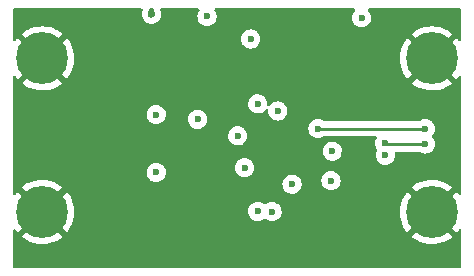
<source format=gbr>
%TF.GenerationSoftware,KiCad,Pcbnew,(6.0.4-0)*%
%TF.CreationDate,2022-10-07T09:19:10-06:00*%
%TF.ProjectId,howland,686f776c-616e-4642-9e6b-696361645f70,rev?*%
%TF.SameCoordinates,Original*%
%TF.FileFunction,Copper,L4,Bot*%
%TF.FilePolarity,Positive*%
%FSLAX46Y46*%
G04 Gerber Fmt 4.6, Leading zero omitted, Abs format (unit mm)*
G04 Created by KiCad (PCBNEW (6.0.4-0)) date 2022-10-07 09:19:10*
%MOMM*%
%LPD*%
G01*
G04 APERTURE LIST*
%TA.AperFunction,ComponentPad*%
%ADD10C,0.700000*%
%TD*%
%TA.AperFunction,ComponentPad*%
%ADD11C,4.400000*%
%TD*%
%TA.AperFunction,ViaPad*%
%ADD12C,0.600000*%
%TD*%
%TA.AperFunction,Conductor*%
%ADD13C,0.250000*%
%TD*%
G04 APERTURE END LIST*
D10*
%TO.P,MH1,1,Pin_1*%
%TO.N,GNDPWR*%
X101350000Y-84000000D03*
X103000000Y-82350000D03*
X104166726Y-85166726D03*
X104166726Y-82833274D03*
D11*
X103000000Y-84000000D03*
D10*
X104650000Y-84000000D03*
X101833274Y-82833274D03*
X101833274Y-85166726D03*
X103000000Y-85650000D03*
%TD*%
D11*
%TO.P,MH2,1,Pin_1*%
%TO.N,GNDPWR*%
X136000000Y-84000000D03*
D10*
X137166726Y-82833274D03*
X134350000Y-84000000D03*
X137650000Y-84000000D03*
X137166726Y-85166726D03*
X136000000Y-82350000D03*
X136000000Y-85650000D03*
X134833274Y-85166726D03*
X134833274Y-82833274D03*
%TD*%
%TO.P,MH3,1,Pin_1*%
%TO.N,GNDPWR*%
X101833274Y-98166726D03*
D11*
X103000000Y-97000000D03*
D10*
X104166726Y-98166726D03*
X101833274Y-95833274D03*
X104166726Y-95833274D03*
X103000000Y-95350000D03*
X104650000Y-97000000D03*
X101350000Y-97000000D03*
X103000000Y-98650000D03*
%TD*%
D11*
%TO.P,MH4,1,Pin_1*%
%TO.N,GNDPWR*%
X136000000Y-97000000D03*
D10*
X134833274Y-95833274D03*
X134350000Y-97000000D03*
X137650000Y-97000000D03*
X136000000Y-95350000D03*
X137166726Y-98166726D03*
X137166726Y-95833274D03*
X134833274Y-98166726D03*
X136000000Y-98650000D03*
%TD*%
D12*
%TO.N,GND*%
X112250000Y-80250000D03*
%TO.N,+3V3*%
X130050000Y-80550000D03*
X120650000Y-82350000D03*
X116950000Y-80450000D03*
%TO.N,GND*%
X132050000Y-92200000D03*
X112650000Y-88750000D03*
X127550000Y-91850000D03*
X127450000Y-94350000D03*
X124150000Y-94650000D03*
X116150000Y-89150000D03*
X112650000Y-93650000D03*
%TO.N,+3V3*%
X121250000Y-87850000D03*
X121250000Y-96950000D03*
%TO.N,VD*%
X132000000Y-91200000D03*
X135450000Y-91250000D03*
X122465000Y-96965000D03*
X122950000Y-88450000D03*
%TO.N,/Channel1/buffer/out+*%
X120150000Y-93250000D03*
X119550000Y-90550000D03*
%TO.N,/sda-tx*%
X135450000Y-89950000D03*
X126350000Y-89950000D03*
%TD*%
D13*
%TO.N,VD*%
X132050000Y-91250000D02*
X132000000Y-91200000D01*
X135450000Y-91250000D02*
X132050000Y-91250000D01*
%TO.N,/sda-tx*%
X135450000Y-89950000D02*
X126350000Y-89950000D01*
%TD*%
%TA.AperFunction,Conductor*%
%TO.N,GNDPWR*%
G36*
X111456630Y-79778502D02*
G01*
X111503123Y-79832158D01*
X111513227Y-79902432D01*
X111506910Y-79927595D01*
X111464315Y-80044624D01*
X111459197Y-80058685D01*
X111436463Y-80238640D01*
X111454163Y-80419160D01*
X111511418Y-80591273D01*
X111515065Y-80597295D01*
X111515066Y-80597297D01*
X111584624Y-80712151D01*
X111605380Y-80746424D01*
X111731382Y-80876902D01*
X111883159Y-80976222D01*
X111889763Y-80978678D01*
X111889765Y-80978679D01*
X112046558Y-81036990D01*
X112046560Y-81036990D01*
X112053168Y-81039448D01*
X112136995Y-81050633D01*
X112225980Y-81062507D01*
X112225984Y-81062507D01*
X112232961Y-81063438D01*
X112239972Y-81062800D01*
X112239976Y-81062800D01*
X112382459Y-81049832D01*
X112413600Y-81046998D01*
X112420302Y-81044820D01*
X112420304Y-81044820D01*
X112579409Y-80993124D01*
X112579412Y-80993123D01*
X112586108Y-80990947D01*
X112701932Y-80921902D01*
X112735860Y-80901677D01*
X112735862Y-80901676D01*
X112741912Y-80898069D01*
X112873266Y-80772982D01*
X112973643Y-80621902D01*
X113038055Y-80452338D01*
X113040963Y-80431646D01*
X113062748Y-80276639D01*
X113062748Y-80276636D01*
X113063299Y-80272717D01*
X113063616Y-80250000D01*
X113043397Y-80069745D01*
X113041080Y-80063091D01*
X112993318Y-79925937D01*
X112989804Y-79855027D01*
X113025186Y-79793475D01*
X113088228Y-79760823D01*
X113112309Y-79758500D01*
X116202637Y-79758500D01*
X116270758Y-79778502D01*
X116317251Y-79832158D01*
X116327355Y-79902432D01*
X116308549Y-79952753D01*
X116221235Y-80088238D01*
X116218826Y-80094858D01*
X116218824Y-80094861D01*
X116178698Y-80205106D01*
X116159197Y-80258685D01*
X116136463Y-80438640D01*
X116154163Y-80619160D01*
X116211418Y-80791273D01*
X116215065Y-80797295D01*
X116215066Y-80797297D01*
X116294085Y-80927773D01*
X116305380Y-80946424D01*
X116310269Y-80951487D01*
X116310270Y-80951488D01*
X116344892Y-80987340D01*
X116431382Y-81076902D01*
X116583159Y-81176222D01*
X116589763Y-81178678D01*
X116589765Y-81178679D01*
X116746558Y-81236990D01*
X116746560Y-81236990D01*
X116753168Y-81239448D01*
X116836995Y-81250633D01*
X116925980Y-81262507D01*
X116925984Y-81262507D01*
X116932961Y-81263438D01*
X116939972Y-81262800D01*
X116939976Y-81262800D01*
X117082459Y-81249832D01*
X117113600Y-81246998D01*
X117120302Y-81244820D01*
X117120304Y-81244820D01*
X117279409Y-81193124D01*
X117279412Y-81193123D01*
X117286108Y-81190947D01*
X117441912Y-81098069D01*
X117573266Y-80972982D01*
X117673643Y-80821902D01*
X117738055Y-80652338D01*
X117739035Y-80645366D01*
X117762748Y-80476639D01*
X117762748Y-80476636D01*
X117763299Y-80472717D01*
X117763616Y-80450000D01*
X117743397Y-80269745D01*
X117741080Y-80263091D01*
X117686064Y-80105106D01*
X117686062Y-80105103D01*
X117683745Y-80098448D01*
X117591778Y-79951268D01*
X117572642Y-79882900D01*
X117593507Y-79815039D01*
X117647749Y-79769231D01*
X117698632Y-79758500D01*
X129393879Y-79758500D01*
X129462000Y-79778502D01*
X129508493Y-79832158D01*
X129518597Y-79902432D01*
X129489103Y-79967012D01*
X129482037Y-79974523D01*
X129419493Y-80035771D01*
X129321235Y-80188238D01*
X129318826Y-80194858D01*
X129318824Y-80194861D01*
X129290487Y-80272717D01*
X129259197Y-80358685D01*
X129236463Y-80538640D01*
X129254163Y-80719160D01*
X129311418Y-80891273D01*
X129315065Y-80897295D01*
X129315066Y-80897297D01*
X129401720Y-81040380D01*
X129405380Y-81046424D01*
X129410269Y-81051487D01*
X129410270Y-81051488D01*
X129487121Y-81131068D01*
X129531382Y-81176902D01*
X129537278Y-81180760D01*
X129639477Y-81247637D01*
X129683159Y-81276222D01*
X129689763Y-81278678D01*
X129689765Y-81278679D01*
X129846558Y-81336990D01*
X129846560Y-81336990D01*
X129853168Y-81339448D01*
X129936995Y-81350633D01*
X130025980Y-81362507D01*
X130025984Y-81362507D01*
X130032961Y-81363438D01*
X130039972Y-81362800D01*
X130039976Y-81362800D01*
X130182459Y-81349832D01*
X130213600Y-81346998D01*
X130220302Y-81344820D01*
X130220304Y-81344820D01*
X130379409Y-81293124D01*
X130379412Y-81293123D01*
X130386108Y-81290947D01*
X130541912Y-81198069D01*
X130673266Y-81072982D01*
X130773643Y-80921902D01*
X130815423Y-80811917D01*
X130835555Y-80758920D01*
X130835556Y-80758918D01*
X130838055Y-80752338D01*
X130839733Y-80740401D01*
X130862748Y-80576639D01*
X130862748Y-80576636D01*
X130863299Y-80572717D01*
X130863616Y-80550000D01*
X130843397Y-80369745D01*
X130841080Y-80363091D01*
X130786064Y-80205106D01*
X130786062Y-80205103D01*
X130783745Y-80198448D01*
X130687626Y-80044624D01*
X130616782Y-79973284D01*
X130582975Y-79910854D01*
X130588287Y-79840056D01*
X130631031Y-79783369D01*
X130697638Y-79758790D01*
X130706188Y-79758500D01*
X138365500Y-79758500D01*
X138433621Y-79778502D01*
X138480114Y-79832158D01*
X138491500Y-79884500D01*
X138491500Y-82434491D01*
X138471498Y-82502612D01*
X138417842Y-82549105D01*
X138347568Y-82559209D01*
X138282988Y-82529715D01*
X138257553Y-82499480D01*
X138237763Y-82466609D01*
X138233481Y-82460377D01*
X138097991Y-82286647D01*
X138086199Y-82278178D01*
X138074486Y-82284725D01*
X136372020Y-83987190D01*
X136364408Y-84001131D01*
X136364539Y-84002966D01*
X136368790Y-84009580D01*
X138073285Y-85714074D01*
X138086408Y-85721240D01*
X138096709Y-85713851D01*
X138200751Y-85586055D01*
X138205159Y-85579921D01*
X138258938Y-85494686D01*
X138312205Y-85447748D01*
X138382392Y-85437059D01*
X138447217Y-85466014D01*
X138486096Y-85525418D01*
X138491500Y-85561922D01*
X138491500Y-95434491D01*
X138471498Y-95502612D01*
X138417842Y-95549105D01*
X138347568Y-95559209D01*
X138282988Y-95529715D01*
X138257553Y-95499480D01*
X138237763Y-95466609D01*
X138233481Y-95460377D01*
X138097991Y-95286647D01*
X138086199Y-95278178D01*
X138074486Y-95284725D01*
X136372020Y-96987190D01*
X136364408Y-97001131D01*
X136364539Y-97002966D01*
X136368790Y-97009580D01*
X138073285Y-98714074D01*
X138086408Y-98721240D01*
X138096709Y-98713851D01*
X138200751Y-98586055D01*
X138205159Y-98579921D01*
X138258938Y-98494686D01*
X138312205Y-98447748D01*
X138382392Y-98437059D01*
X138447217Y-98466014D01*
X138486096Y-98525418D01*
X138491500Y-98561922D01*
X138491500Y-101615500D01*
X138471498Y-101683621D01*
X138417842Y-101730114D01*
X138365500Y-101741500D01*
X100634500Y-101741500D01*
X100566379Y-101721498D01*
X100519886Y-101667842D01*
X100508500Y-101615500D01*
X100508500Y-99086423D01*
X101278703Y-99086423D01*
X101286227Y-99096854D01*
X101425483Y-99209020D01*
X101431657Y-99213408D01*
X101702271Y-99382178D01*
X101708931Y-99385794D01*
X101997852Y-99520827D01*
X102004905Y-99523620D01*
X102307970Y-99622970D01*
X102315282Y-99624888D01*
X102628092Y-99687109D01*
X102635590Y-99688137D01*
X102953610Y-99712328D01*
X102961173Y-99712446D01*
X103279785Y-99698257D01*
X103287326Y-99697465D01*
X103601924Y-99645101D01*
X103609302Y-99643411D01*
X103915355Y-99553625D01*
X103922450Y-99551071D01*
X104215496Y-99425169D01*
X104222263Y-99421765D01*
X104498042Y-99261580D01*
X104504349Y-99257390D01*
X104714305Y-99098889D01*
X104722761Y-99087496D01*
X104722172Y-99086423D01*
X134278703Y-99086423D01*
X134286227Y-99096854D01*
X134425483Y-99209020D01*
X134431657Y-99213408D01*
X134702271Y-99382178D01*
X134708931Y-99385794D01*
X134997852Y-99520827D01*
X135004905Y-99523620D01*
X135307970Y-99622970D01*
X135315282Y-99624888D01*
X135628092Y-99687109D01*
X135635590Y-99688137D01*
X135953610Y-99712328D01*
X135961173Y-99712446D01*
X136279785Y-99698257D01*
X136287326Y-99697465D01*
X136601924Y-99645101D01*
X136609302Y-99643411D01*
X136915355Y-99553625D01*
X136922450Y-99551071D01*
X137215496Y-99425169D01*
X137222263Y-99421765D01*
X137498042Y-99261580D01*
X137504349Y-99257390D01*
X137714305Y-99098889D01*
X137722761Y-99087496D01*
X137716045Y-99075256D01*
X136012810Y-97372020D01*
X135998869Y-97364408D01*
X135997034Y-97364539D01*
X135990420Y-97368790D01*
X134285818Y-99073393D01*
X134278703Y-99086423D01*
X104722172Y-99086423D01*
X104716045Y-99075256D01*
X103012810Y-97372020D01*
X102998869Y-97364408D01*
X102997034Y-97364539D01*
X102990420Y-97368790D01*
X101285818Y-99073393D01*
X101278703Y-99086423D01*
X100508500Y-99086423D01*
X100508500Y-98568320D01*
X100528502Y-98500199D01*
X100582158Y-98453706D01*
X100652432Y-98443602D01*
X100717012Y-98473096D01*
X100743120Y-98504463D01*
X100746296Y-98509866D01*
X100750519Y-98516150D01*
X100901463Y-98713934D01*
X100912989Y-98722396D01*
X100925054Y-98715735D01*
X102627980Y-97012810D01*
X102634357Y-97001131D01*
X103364408Y-97001131D01*
X103364539Y-97002966D01*
X103368790Y-97009580D01*
X105073285Y-98714074D01*
X105086408Y-98721240D01*
X105096709Y-98713851D01*
X105200751Y-98586055D01*
X105205164Y-98579914D01*
X105375349Y-98310187D01*
X105379005Y-98303536D01*
X105515544Y-98015335D01*
X105518375Y-98008295D01*
X105619306Y-97705767D01*
X105621270Y-97698433D01*
X105685122Y-97385989D01*
X105686194Y-97378465D01*
X105712173Y-97059051D01*
X105712378Y-97054576D01*
X105712927Y-97002221D01*
X105712817Y-96997789D01*
X105709251Y-96938640D01*
X120436463Y-96938640D01*
X120454163Y-97119160D01*
X120511418Y-97291273D01*
X120515065Y-97297295D01*
X120515066Y-97297297D01*
X120568780Y-97385989D01*
X120605380Y-97446424D01*
X120731382Y-97576902D01*
X120883159Y-97676222D01*
X120889763Y-97678678D01*
X120889765Y-97678679D01*
X121046558Y-97736990D01*
X121046560Y-97736990D01*
X121053168Y-97739448D01*
X121136995Y-97750633D01*
X121225980Y-97762507D01*
X121225984Y-97762507D01*
X121232961Y-97763438D01*
X121239972Y-97762800D01*
X121239976Y-97762800D01*
X121382459Y-97749832D01*
X121413600Y-97746998D01*
X121420302Y-97744820D01*
X121420304Y-97744820D01*
X121579409Y-97693124D01*
X121579412Y-97693123D01*
X121586108Y-97690947D01*
X121712237Y-97615759D01*
X121735860Y-97601677D01*
X121735862Y-97601676D01*
X121741912Y-97598069D01*
X121760920Y-97579968D01*
X121824045Y-97547476D01*
X121894716Y-97554269D01*
X121938444Y-97583682D01*
X121946382Y-97591902D01*
X121984242Y-97616677D01*
X122092227Y-97687340D01*
X122098159Y-97691222D01*
X122104763Y-97693678D01*
X122104765Y-97693679D01*
X122261558Y-97751990D01*
X122261560Y-97751990D01*
X122268168Y-97754448D01*
X122335544Y-97763438D01*
X122440980Y-97777507D01*
X122440984Y-97777507D01*
X122447961Y-97778438D01*
X122454972Y-97777800D01*
X122454976Y-97777800D01*
X122597459Y-97764832D01*
X122628600Y-97761998D01*
X122635302Y-97759820D01*
X122635304Y-97759820D01*
X122794409Y-97708124D01*
X122794412Y-97708123D01*
X122801108Y-97705947D01*
X122956912Y-97613069D01*
X123088266Y-97487982D01*
X123188643Y-97336902D01*
X123253055Y-97167338D01*
X123268903Y-97054576D01*
X123277748Y-96991639D01*
X123277748Y-96991636D01*
X123278299Y-96987717D01*
X123278471Y-96975383D01*
X133287388Y-96975383D01*
X133303245Y-97293914D01*
X133304076Y-97301443D01*
X133358085Y-97615759D01*
X133359818Y-97623146D01*
X133451196Y-97928695D01*
X133453799Y-97935808D01*
X133581227Y-98228173D01*
X133584669Y-98234929D01*
X133746296Y-98509865D01*
X133750519Y-98516150D01*
X133901463Y-98713934D01*
X133912989Y-98722396D01*
X133925054Y-98715735D01*
X135627980Y-97012810D01*
X135635592Y-96998869D01*
X135635461Y-96997034D01*
X135631210Y-96990420D01*
X133926445Y-95285656D01*
X133913510Y-95278592D01*
X133902949Y-95286252D01*
X133782766Y-95437072D01*
X133778410Y-95443270D01*
X133611059Y-95714764D01*
X133607479Y-95721440D01*
X133473956Y-96011074D01*
X133471206Y-96018125D01*
X133373444Y-96321708D01*
X133371561Y-96329041D01*
X133310979Y-96642170D01*
X133309992Y-96649670D01*
X133287467Y-96967802D01*
X133287388Y-96975383D01*
X123278471Y-96975383D01*
X123278616Y-96965000D01*
X123258397Y-96784745D01*
X123247017Y-96752066D01*
X123201064Y-96620106D01*
X123201062Y-96620103D01*
X123198745Y-96613448D01*
X123102626Y-96459624D01*
X123010832Y-96367187D01*
X122979778Y-96335915D01*
X122979774Y-96335912D01*
X122974815Y-96330918D01*
X122963697Y-96323862D01*
X122915538Y-96293300D01*
X122821666Y-96233727D01*
X122765755Y-96213818D01*
X122657425Y-96175243D01*
X122657420Y-96175242D01*
X122650790Y-96172881D01*
X122643802Y-96172048D01*
X122643799Y-96172047D01*
X122503889Y-96155364D01*
X122470680Y-96151404D01*
X122463677Y-96152140D01*
X122463676Y-96152140D01*
X122297288Y-96169628D01*
X122297286Y-96169629D01*
X122290288Y-96170364D01*
X122118579Y-96228818D01*
X122112575Y-96232512D01*
X121970090Y-96320169D01*
X121970087Y-96320171D01*
X121964088Y-96323862D01*
X121953925Y-96333815D01*
X121891262Y-96367187D01*
X121820503Y-96361384D01*
X121776359Y-96332578D01*
X121772847Y-96329041D01*
X121759815Y-96315918D01*
X121748697Y-96308862D01*
X121630302Y-96233727D01*
X121606666Y-96218727D01*
X121577463Y-96208328D01*
X121442425Y-96160243D01*
X121442420Y-96160242D01*
X121435790Y-96157881D01*
X121428802Y-96157048D01*
X121428799Y-96157047D01*
X121305698Y-96142368D01*
X121255680Y-96136404D01*
X121248677Y-96137140D01*
X121248676Y-96137140D01*
X121082288Y-96154628D01*
X121082286Y-96154629D01*
X121075288Y-96155364D01*
X120903579Y-96213818D01*
X120871218Y-96233727D01*
X120755095Y-96305166D01*
X120755092Y-96305168D01*
X120749088Y-96308862D01*
X120744053Y-96313793D01*
X120744050Y-96313795D01*
X120634208Y-96421361D01*
X120619493Y-96435771D01*
X120521235Y-96588238D01*
X120518826Y-96594858D01*
X120518824Y-96594861D01*
X120461606Y-96752066D01*
X120459197Y-96758685D01*
X120436463Y-96938640D01*
X105709251Y-96938640D01*
X105693529Y-96677853D01*
X105692621Y-96670351D01*
X105635319Y-96356593D01*
X105633518Y-96349260D01*
X105538935Y-96044655D01*
X105536263Y-96037583D01*
X105405781Y-95746570D01*
X105402264Y-95739843D01*
X105237771Y-95466621D01*
X105233481Y-95460377D01*
X105097991Y-95286647D01*
X105086199Y-95278178D01*
X105074486Y-95284725D01*
X103372020Y-96987190D01*
X103364408Y-97001131D01*
X102634357Y-97001131D01*
X102635592Y-96998869D01*
X102635461Y-96997034D01*
X102631210Y-96990420D01*
X100926445Y-95285656D01*
X100913510Y-95278592D01*
X100902949Y-95286252D01*
X100782766Y-95437072D01*
X100778410Y-95443270D01*
X100741760Y-95502727D01*
X100688988Y-95550220D01*
X100618916Y-95561644D01*
X100553792Y-95533370D01*
X100514293Y-95474376D01*
X100508500Y-95436611D01*
X100508500Y-94913423D01*
X101277917Y-94913423D01*
X101284520Y-94925309D01*
X102987190Y-96627980D01*
X103001131Y-96635592D01*
X103002966Y-96635461D01*
X103009580Y-96631210D01*
X104714559Y-94926230D01*
X104721571Y-94913389D01*
X104713777Y-94902701D01*
X104551298Y-94774613D01*
X104545075Y-94770288D01*
X104328977Y-94638640D01*
X123336463Y-94638640D01*
X123354163Y-94819160D01*
X123411418Y-94991273D01*
X123415065Y-94997295D01*
X123415066Y-94997297D01*
X123501720Y-95140380D01*
X123505380Y-95146424D01*
X123631382Y-95276902D01*
X123783159Y-95376222D01*
X123789763Y-95378678D01*
X123789765Y-95378679D01*
X123946558Y-95436990D01*
X123946560Y-95436990D01*
X123953168Y-95439448D01*
X124036995Y-95450633D01*
X124125980Y-95462507D01*
X124125984Y-95462507D01*
X124132961Y-95463438D01*
X124139972Y-95462800D01*
X124139976Y-95462800D01*
X124282459Y-95449832D01*
X124313600Y-95446998D01*
X124320302Y-95444820D01*
X124320304Y-95444820D01*
X124479409Y-95393124D01*
X124479412Y-95393123D01*
X124486108Y-95390947D01*
X124641912Y-95298069D01*
X124773266Y-95172982D01*
X124873643Y-95021902D01*
X124938055Y-94852338D01*
X124939733Y-94840401D01*
X124962748Y-94676639D01*
X124962748Y-94676636D01*
X124963299Y-94672717D01*
X124963616Y-94650000D01*
X124943397Y-94469745D01*
X124941080Y-94463091D01*
X124897742Y-94338640D01*
X126636463Y-94338640D01*
X126654163Y-94519160D01*
X126711418Y-94691273D01*
X126715065Y-94697295D01*
X126715066Y-94697297D01*
X126784624Y-94812151D01*
X126805380Y-94846424D01*
X126931382Y-94976902D01*
X127083159Y-95076222D01*
X127089763Y-95078678D01*
X127089765Y-95078679D01*
X127246558Y-95136990D01*
X127246560Y-95136990D01*
X127253168Y-95139448D01*
X127336995Y-95150633D01*
X127425980Y-95162507D01*
X127425984Y-95162507D01*
X127432961Y-95163438D01*
X127439972Y-95162800D01*
X127439976Y-95162800D01*
X127582459Y-95149832D01*
X127613600Y-95146998D01*
X127620302Y-95144820D01*
X127620304Y-95144820D01*
X127779409Y-95093124D01*
X127779412Y-95093123D01*
X127786108Y-95090947D01*
X127901932Y-95021902D01*
X127935860Y-95001677D01*
X127935862Y-95001676D01*
X127941912Y-94998069D01*
X128030799Y-94913423D01*
X134277917Y-94913423D01*
X134284520Y-94925309D01*
X135987190Y-96627980D01*
X136001131Y-96635592D01*
X136002966Y-96635461D01*
X136009580Y-96631210D01*
X137714559Y-94926230D01*
X137721571Y-94913389D01*
X137713777Y-94902701D01*
X137551298Y-94774613D01*
X137545075Y-94770288D01*
X137272702Y-94604357D01*
X137266025Y-94600822D01*
X136975686Y-94468813D01*
X136968616Y-94466099D01*
X136664537Y-94369932D01*
X136657186Y-94368085D01*
X136343746Y-94309142D01*
X136336237Y-94308194D01*
X136017989Y-94287335D01*
X136010424Y-94287295D01*
X135691964Y-94304821D01*
X135684450Y-94305690D01*
X135370405Y-94361348D01*
X135363044Y-94363115D01*
X135057980Y-94456092D01*
X135050860Y-94458740D01*
X134759182Y-94587690D01*
X134752445Y-94591167D01*
X134478355Y-94754233D01*
X134472091Y-94758490D01*
X134286385Y-94901762D01*
X134277917Y-94913423D01*
X128030799Y-94913423D01*
X128073266Y-94872982D01*
X128173643Y-94721902D01*
X128218295Y-94604357D01*
X128235555Y-94558920D01*
X128235556Y-94558918D01*
X128238055Y-94552338D01*
X128239035Y-94545366D01*
X128262748Y-94376639D01*
X128262748Y-94376636D01*
X128263299Y-94372717D01*
X128263616Y-94350000D01*
X128243397Y-94169745D01*
X128241080Y-94163091D01*
X128186064Y-94005106D01*
X128186062Y-94005103D01*
X128183745Y-93998448D01*
X128133171Y-93917512D01*
X128091359Y-93850598D01*
X128087626Y-93844624D01*
X128082664Y-93839627D01*
X127964778Y-93720915D01*
X127964774Y-93720912D01*
X127959815Y-93715918D01*
X127948697Y-93708862D01*
X127885501Y-93668757D01*
X127806666Y-93618727D01*
X127777463Y-93608328D01*
X127642425Y-93560243D01*
X127642420Y-93560242D01*
X127635790Y-93557881D01*
X127628802Y-93557048D01*
X127628799Y-93557047D01*
X127505698Y-93542368D01*
X127455680Y-93536404D01*
X127448677Y-93537140D01*
X127448676Y-93537140D01*
X127282288Y-93554628D01*
X127282286Y-93554629D01*
X127275288Y-93555364D01*
X127103579Y-93613818D01*
X127097575Y-93617512D01*
X126955095Y-93705166D01*
X126955092Y-93705168D01*
X126949088Y-93708862D01*
X126944053Y-93713793D01*
X126944050Y-93713795D01*
X126829630Y-93825844D01*
X126819493Y-93835771D01*
X126721235Y-93988238D01*
X126718826Y-93994858D01*
X126718824Y-93994861D01*
X126661606Y-94152066D01*
X126659197Y-94158685D01*
X126636463Y-94338640D01*
X124897742Y-94338640D01*
X124886064Y-94305106D01*
X124886062Y-94305103D01*
X124883745Y-94298448D01*
X124787626Y-94144624D01*
X124707005Y-94063438D01*
X124664778Y-94020915D01*
X124664774Y-94020912D01*
X124659815Y-94015918D01*
X124648697Y-94008862D01*
X124591185Y-93972364D01*
X124506666Y-93918727D01*
X124458784Y-93901677D01*
X124342425Y-93860243D01*
X124342420Y-93860242D01*
X124335790Y-93857881D01*
X124328802Y-93857048D01*
X124328799Y-93857047D01*
X124205698Y-93842368D01*
X124155680Y-93836404D01*
X124148677Y-93837140D01*
X124148676Y-93837140D01*
X123982288Y-93854628D01*
X123982286Y-93854629D01*
X123975288Y-93855364D01*
X123803579Y-93913818D01*
X123797575Y-93917512D01*
X123655095Y-94005166D01*
X123655092Y-94005168D01*
X123649088Y-94008862D01*
X123644053Y-94013793D01*
X123644050Y-94013795D01*
X123524525Y-94130843D01*
X123519493Y-94135771D01*
X123421235Y-94288238D01*
X123418826Y-94294858D01*
X123418824Y-94294861D01*
X123364243Y-94444820D01*
X123359197Y-94458685D01*
X123336463Y-94638640D01*
X104328977Y-94638640D01*
X104272702Y-94604357D01*
X104266025Y-94600822D01*
X103975686Y-94468813D01*
X103968616Y-94466099D01*
X103664537Y-94369932D01*
X103657186Y-94368085D01*
X103343746Y-94309142D01*
X103336237Y-94308194D01*
X103017989Y-94287335D01*
X103010424Y-94287295D01*
X102691964Y-94304821D01*
X102684450Y-94305690D01*
X102370405Y-94361348D01*
X102363044Y-94363115D01*
X102057980Y-94456092D01*
X102050860Y-94458740D01*
X101759182Y-94587690D01*
X101752445Y-94591167D01*
X101478355Y-94754233D01*
X101472091Y-94758490D01*
X101286385Y-94901762D01*
X101277917Y-94913423D01*
X100508500Y-94913423D01*
X100508500Y-93638640D01*
X111836463Y-93638640D01*
X111854163Y-93819160D01*
X111911418Y-93991273D01*
X111915065Y-93997295D01*
X111915066Y-93997297D01*
X112001264Y-94139627D01*
X112005380Y-94146424D01*
X112010269Y-94151487D01*
X112010270Y-94151488D01*
X112025357Y-94167111D01*
X112131382Y-94276902D01*
X112155171Y-94292469D01*
X112243088Y-94350000D01*
X112283159Y-94376222D01*
X112289763Y-94378678D01*
X112289765Y-94378679D01*
X112446558Y-94436990D01*
X112446560Y-94436990D01*
X112453168Y-94439448D01*
X112536995Y-94450633D01*
X112625980Y-94462507D01*
X112625984Y-94462507D01*
X112632961Y-94463438D01*
X112639972Y-94462800D01*
X112639976Y-94462800D01*
X112782459Y-94449832D01*
X112813600Y-94446998D01*
X112820302Y-94444820D01*
X112820304Y-94444820D01*
X112979409Y-94393124D01*
X112979412Y-94393123D01*
X112986108Y-94390947D01*
X113123337Y-94309142D01*
X113135860Y-94301677D01*
X113135862Y-94301676D01*
X113141912Y-94298069D01*
X113273266Y-94172982D01*
X113373643Y-94021902D01*
X113422529Y-93893211D01*
X113435555Y-93858920D01*
X113435556Y-93858918D01*
X113438055Y-93852338D01*
X113439551Y-93841693D01*
X113462748Y-93676639D01*
X113462748Y-93676636D01*
X113463299Y-93672717D01*
X113463616Y-93650000D01*
X113443397Y-93469745D01*
X113441080Y-93463091D01*
X113386064Y-93305106D01*
X113386062Y-93305103D01*
X113383745Y-93298448D01*
X113346373Y-93238640D01*
X119336463Y-93238640D01*
X119354163Y-93419160D01*
X119411418Y-93591273D01*
X119415065Y-93597295D01*
X119415066Y-93597297D01*
X119482632Y-93708862D01*
X119505380Y-93746424D01*
X119631382Y-93876902D01*
X119783159Y-93976222D01*
X119789763Y-93978678D01*
X119789765Y-93978679D01*
X119946558Y-94036990D01*
X119946560Y-94036990D01*
X119953168Y-94039448D01*
X120036995Y-94050633D01*
X120125980Y-94062507D01*
X120125984Y-94062507D01*
X120132961Y-94063438D01*
X120139972Y-94062800D01*
X120139976Y-94062800D01*
X120282459Y-94049832D01*
X120313600Y-94046998D01*
X120320302Y-94044820D01*
X120320304Y-94044820D01*
X120479409Y-93993124D01*
X120479412Y-93993123D01*
X120486108Y-93990947D01*
X120609296Y-93917512D01*
X120635860Y-93901677D01*
X120635862Y-93901676D01*
X120641912Y-93898069D01*
X120773266Y-93772982D01*
X120873643Y-93621902D01*
X120932989Y-93465675D01*
X120935555Y-93458920D01*
X120935556Y-93458918D01*
X120938055Y-93452338D01*
X120939035Y-93445366D01*
X120962748Y-93276639D01*
X120962748Y-93276636D01*
X120963299Y-93272717D01*
X120963616Y-93250000D01*
X120943397Y-93069745D01*
X120941080Y-93063091D01*
X120886064Y-92905106D01*
X120886062Y-92905103D01*
X120883745Y-92898448D01*
X120856823Y-92855364D01*
X120791359Y-92750598D01*
X120787626Y-92744624D01*
X120770960Y-92727841D01*
X120664778Y-92620915D01*
X120664774Y-92620912D01*
X120659815Y-92615918D01*
X120648697Y-92608862D01*
X120590457Y-92571902D01*
X120506666Y-92518727D01*
X120458784Y-92501677D01*
X120342425Y-92460243D01*
X120342420Y-92460242D01*
X120335790Y-92457881D01*
X120328802Y-92457048D01*
X120328799Y-92457047D01*
X120205698Y-92442368D01*
X120155680Y-92436404D01*
X120148677Y-92437140D01*
X120148676Y-92437140D01*
X119982288Y-92454628D01*
X119982286Y-92454629D01*
X119975288Y-92455364D01*
X119803579Y-92513818D01*
X119797575Y-92517512D01*
X119655095Y-92605166D01*
X119655092Y-92605168D01*
X119649088Y-92608862D01*
X119644053Y-92613793D01*
X119644050Y-92613795D01*
X119527591Y-92727841D01*
X119519493Y-92735771D01*
X119421235Y-92888238D01*
X119418826Y-92894858D01*
X119418824Y-92894861D01*
X119375536Y-93013795D01*
X119359197Y-93058685D01*
X119336463Y-93238640D01*
X113346373Y-93238640D01*
X113287626Y-93144624D01*
X113273941Y-93130843D01*
X113164778Y-93020915D01*
X113164774Y-93020912D01*
X113159815Y-93015918D01*
X113148697Y-93008862D01*
X113100538Y-92978300D01*
X113006666Y-92918727D01*
X112949716Y-92898448D01*
X112842425Y-92860243D01*
X112842420Y-92860242D01*
X112835790Y-92857881D01*
X112828802Y-92857048D01*
X112828799Y-92857047D01*
X112705698Y-92842368D01*
X112655680Y-92836404D01*
X112648677Y-92837140D01*
X112648676Y-92837140D01*
X112482288Y-92854628D01*
X112482286Y-92854629D01*
X112475288Y-92855364D01*
X112303579Y-92913818D01*
X112297575Y-92917512D01*
X112155095Y-93005166D01*
X112155092Y-93005168D01*
X112149088Y-93008862D01*
X112144053Y-93013793D01*
X112144050Y-93013795D01*
X112086916Y-93069745D01*
X112019493Y-93135771D01*
X111921235Y-93288238D01*
X111918826Y-93294858D01*
X111918824Y-93294861D01*
X111876134Y-93412151D01*
X111859197Y-93458685D01*
X111836463Y-93638640D01*
X100508500Y-93638640D01*
X100508500Y-91838640D01*
X126736463Y-91838640D01*
X126754163Y-92019160D01*
X126811418Y-92191273D01*
X126815065Y-92197295D01*
X126815066Y-92197297D01*
X126825978Y-92215314D01*
X126905380Y-92346424D01*
X127031382Y-92476902D01*
X127183159Y-92576222D01*
X127189763Y-92578678D01*
X127189765Y-92578679D01*
X127346558Y-92636990D01*
X127346560Y-92636990D01*
X127353168Y-92639448D01*
X127436995Y-92650633D01*
X127525980Y-92662507D01*
X127525984Y-92662507D01*
X127532961Y-92663438D01*
X127539972Y-92662800D01*
X127539976Y-92662800D01*
X127682459Y-92649832D01*
X127713600Y-92646998D01*
X127720302Y-92644820D01*
X127720304Y-92644820D01*
X127879409Y-92593124D01*
X127879412Y-92593123D01*
X127886108Y-92590947D01*
X128009296Y-92517512D01*
X128035860Y-92501677D01*
X128035862Y-92501676D01*
X128041912Y-92498069D01*
X128173266Y-92372982D01*
X128273643Y-92221902D01*
X128315423Y-92111917D01*
X128335555Y-92058920D01*
X128335556Y-92058918D01*
X128338055Y-92052338D01*
X128340212Y-92036990D01*
X128362748Y-91876639D01*
X128362748Y-91876636D01*
X128363299Y-91872717D01*
X128363616Y-91850000D01*
X128343397Y-91669745D01*
X128341080Y-91663091D01*
X128286064Y-91505106D01*
X128286062Y-91505103D01*
X128283745Y-91498448D01*
X128187626Y-91344624D01*
X128173941Y-91330843D01*
X128064778Y-91220915D01*
X128064774Y-91220912D01*
X128059815Y-91215918D01*
X128048697Y-91208862D01*
X127998335Y-91176902D01*
X127906666Y-91118727D01*
X127877463Y-91108328D01*
X127742425Y-91060243D01*
X127742420Y-91060242D01*
X127735790Y-91057881D01*
X127728802Y-91057048D01*
X127728799Y-91057047D01*
X127605698Y-91042368D01*
X127555680Y-91036404D01*
X127548677Y-91037140D01*
X127548676Y-91037140D01*
X127382288Y-91054628D01*
X127382286Y-91054629D01*
X127375288Y-91055364D01*
X127203579Y-91113818D01*
X127197575Y-91117512D01*
X127055095Y-91205166D01*
X127055092Y-91205168D01*
X127049088Y-91208862D01*
X127044053Y-91213793D01*
X127044050Y-91213795D01*
X126924525Y-91330843D01*
X126919493Y-91335771D01*
X126821235Y-91488238D01*
X126818826Y-91494858D01*
X126818824Y-91494861D01*
X126799739Y-91547297D01*
X126759197Y-91658685D01*
X126736463Y-91838640D01*
X100508500Y-91838640D01*
X100508500Y-90538640D01*
X118736463Y-90538640D01*
X118754163Y-90719160D01*
X118811418Y-90891273D01*
X118815065Y-90897295D01*
X118815066Y-90897297D01*
X118899817Y-91037238D01*
X118905380Y-91046424D01*
X118910269Y-91051487D01*
X118910270Y-91051488D01*
X118916204Y-91057633D01*
X119031382Y-91176902D01*
X119091005Y-91215918D01*
X119143088Y-91250000D01*
X119183159Y-91276222D01*
X119189763Y-91278678D01*
X119189765Y-91278679D01*
X119346558Y-91336990D01*
X119346560Y-91336990D01*
X119353168Y-91339448D01*
X119436732Y-91350598D01*
X119525980Y-91362507D01*
X119525984Y-91362507D01*
X119532961Y-91363438D01*
X119539972Y-91362800D01*
X119539976Y-91362800D01*
X119682459Y-91349832D01*
X119713600Y-91346998D01*
X119720302Y-91344820D01*
X119720304Y-91344820D01*
X119879409Y-91293124D01*
X119879412Y-91293123D01*
X119886108Y-91290947D01*
X120011970Y-91215918D01*
X120035860Y-91201677D01*
X120035862Y-91201676D01*
X120041912Y-91198069D01*
X120173266Y-91072982D01*
X120273643Y-90921902D01*
X120328400Y-90777756D01*
X120335555Y-90758920D01*
X120335556Y-90758918D01*
X120338055Y-90752338D01*
X120339736Y-90740380D01*
X120362748Y-90576639D01*
X120362748Y-90576636D01*
X120363299Y-90572717D01*
X120363616Y-90550000D01*
X120343397Y-90369745D01*
X120341080Y-90363091D01*
X120286064Y-90205106D01*
X120286062Y-90205103D01*
X120283745Y-90198448D01*
X120187626Y-90044624D01*
X120120114Y-89976639D01*
X120082380Y-89938640D01*
X125536463Y-89938640D01*
X125554163Y-90119160D01*
X125611418Y-90291273D01*
X125615065Y-90297295D01*
X125615066Y-90297297D01*
X125663181Y-90376744D01*
X125705380Y-90446424D01*
X125831382Y-90576902D01*
X125983159Y-90676222D01*
X125989763Y-90678678D01*
X125989765Y-90678679D01*
X126146558Y-90736990D01*
X126146560Y-90736990D01*
X126153168Y-90739448D01*
X126236732Y-90750598D01*
X126325980Y-90762507D01*
X126325984Y-90762507D01*
X126332961Y-90763438D01*
X126339972Y-90762800D01*
X126339976Y-90762800D01*
X126482459Y-90749832D01*
X126513600Y-90746998D01*
X126520302Y-90744820D01*
X126520304Y-90744820D01*
X126679409Y-90693124D01*
X126679412Y-90693123D01*
X126686108Y-90690947D01*
X126836540Y-90601271D01*
X126901058Y-90583500D01*
X131204303Y-90583500D01*
X131272424Y-90603502D01*
X131318917Y-90657158D01*
X131329021Y-90727432D01*
X131310216Y-90777752D01*
X131271235Y-90838238D01*
X131268826Y-90844858D01*
X131268824Y-90844861D01*
X131211606Y-91002066D01*
X131209197Y-91008685D01*
X131186463Y-91188640D01*
X131204163Y-91369160D01*
X131261418Y-91541273D01*
X131265065Y-91547295D01*
X131265066Y-91547297D01*
X131342329Y-91674874D01*
X131360508Y-91743504D01*
X131340466Y-91808398D01*
X131321235Y-91838238D01*
X131318826Y-91844858D01*
X131318824Y-91844861D01*
X131270118Y-91978679D01*
X131259197Y-92008685D01*
X131236463Y-92188640D01*
X131254163Y-92369160D01*
X131311418Y-92541273D01*
X131315065Y-92547295D01*
X131315066Y-92547297D01*
X131385017Y-92662800D01*
X131405380Y-92696424D01*
X131410269Y-92701487D01*
X131410270Y-92701488D01*
X131487121Y-92781068D01*
X131531382Y-92826902D01*
X131607271Y-92876562D01*
X131669849Y-92917512D01*
X131683159Y-92926222D01*
X131689763Y-92928678D01*
X131689765Y-92928679D01*
X131846558Y-92986990D01*
X131846560Y-92986990D01*
X131853168Y-92989448D01*
X131936995Y-93000633D01*
X132025980Y-93012507D01*
X132025984Y-93012507D01*
X132032961Y-93013438D01*
X132039972Y-93012800D01*
X132039976Y-93012800D01*
X132182459Y-92999832D01*
X132213600Y-92996998D01*
X132220302Y-92994820D01*
X132220304Y-92994820D01*
X132379409Y-92943124D01*
X132379412Y-92943123D01*
X132386108Y-92940947D01*
X132521490Y-92860243D01*
X132535860Y-92851677D01*
X132535862Y-92851676D01*
X132541912Y-92848069D01*
X132673266Y-92722982D01*
X132773643Y-92571902D01*
X132824835Y-92437140D01*
X132835555Y-92408920D01*
X132835556Y-92408918D01*
X132838055Y-92402338D01*
X132841498Y-92377841D01*
X132862748Y-92226639D01*
X132862748Y-92226636D01*
X132863299Y-92222717D01*
X132863616Y-92200000D01*
X132843823Y-92023544D01*
X132856107Y-91953620D01*
X132904246Y-91901435D01*
X132969038Y-91883500D01*
X134903903Y-91883500D01*
X134972896Y-91904068D01*
X135048620Y-91953620D01*
X135083159Y-91976222D01*
X135089763Y-91978678D01*
X135089765Y-91978679D01*
X135246558Y-92036990D01*
X135246560Y-92036990D01*
X135253168Y-92039448D01*
X135336995Y-92050633D01*
X135425980Y-92062507D01*
X135425984Y-92062507D01*
X135432961Y-92063438D01*
X135439972Y-92062800D01*
X135439976Y-92062800D01*
X135582459Y-92049832D01*
X135613600Y-92046998D01*
X135620302Y-92044820D01*
X135620304Y-92044820D01*
X135779409Y-91993124D01*
X135779412Y-91993123D01*
X135786108Y-91990947D01*
X135941912Y-91898069D01*
X136073266Y-91772982D01*
X136173643Y-91621902D01*
X136238055Y-91452338D01*
X136239035Y-91445366D01*
X136262748Y-91276639D01*
X136262748Y-91276636D01*
X136263299Y-91272717D01*
X136263616Y-91250000D01*
X136243397Y-91069745D01*
X136235276Y-91046424D01*
X136186064Y-90905106D01*
X136186062Y-90905103D01*
X136183745Y-90898448D01*
X136175086Y-90884590D01*
X136091359Y-90750598D01*
X136087626Y-90744624D01*
X136032667Y-90689280D01*
X135998860Y-90626849D01*
X136004172Y-90556052D01*
X136035181Y-90509251D01*
X136068159Y-90477846D01*
X136068162Y-90477843D01*
X136073266Y-90472982D01*
X136173643Y-90321902D01*
X136238055Y-90152338D01*
X136239035Y-90145366D01*
X136262748Y-89976639D01*
X136262748Y-89976636D01*
X136263299Y-89972717D01*
X136263616Y-89950000D01*
X136243397Y-89769745D01*
X136240088Y-89760243D01*
X136186064Y-89605106D01*
X136186062Y-89605103D01*
X136183745Y-89598448D01*
X136108906Y-89478679D01*
X136091359Y-89450598D01*
X136087626Y-89444624D01*
X136036571Y-89393211D01*
X135964778Y-89320915D01*
X135964774Y-89320912D01*
X135959815Y-89315918D01*
X135948697Y-89308862D01*
X135851214Y-89246998D01*
X135806666Y-89218727D01*
X135777463Y-89208328D01*
X135642425Y-89160243D01*
X135642420Y-89160242D01*
X135635790Y-89157881D01*
X135628802Y-89157048D01*
X135628799Y-89157047D01*
X135474431Y-89138640D01*
X135455680Y-89136404D01*
X135448677Y-89137140D01*
X135448676Y-89137140D01*
X135282288Y-89154628D01*
X135282286Y-89154629D01*
X135275288Y-89155364D01*
X135103579Y-89213818D01*
X134967039Y-89297819D01*
X134901019Y-89316500D01*
X126897338Y-89316500D01*
X126829824Y-89296885D01*
X126751214Y-89246998D01*
X126706666Y-89218727D01*
X126677463Y-89208328D01*
X126542425Y-89160243D01*
X126542420Y-89160242D01*
X126535790Y-89157881D01*
X126528802Y-89157048D01*
X126528799Y-89157047D01*
X126374431Y-89138640D01*
X126355680Y-89136404D01*
X126348677Y-89137140D01*
X126348676Y-89137140D01*
X126182288Y-89154628D01*
X126182286Y-89154629D01*
X126175288Y-89155364D01*
X126003579Y-89213818D01*
X125997575Y-89217512D01*
X125855095Y-89305166D01*
X125855092Y-89305168D01*
X125849088Y-89308862D01*
X125844053Y-89313793D01*
X125844050Y-89313795D01*
X125724525Y-89430843D01*
X125719493Y-89435771D01*
X125621235Y-89588238D01*
X125618826Y-89594858D01*
X125618824Y-89594861D01*
X125588622Y-89677841D01*
X125559197Y-89758685D01*
X125536463Y-89938640D01*
X120082380Y-89938640D01*
X120064778Y-89920915D01*
X120064774Y-89920912D01*
X120059815Y-89915918D01*
X120048697Y-89908862D01*
X119991185Y-89872364D01*
X119906666Y-89818727D01*
X119858784Y-89801677D01*
X119742425Y-89760243D01*
X119742420Y-89760242D01*
X119735790Y-89757881D01*
X119728802Y-89757048D01*
X119728799Y-89757047D01*
X119605698Y-89742368D01*
X119555680Y-89736404D01*
X119548677Y-89737140D01*
X119548676Y-89737140D01*
X119382288Y-89754628D01*
X119382286Y-89754629D01*
X119375288Y-89755364D01*
X119203579Y-89813818D01*
X119197575Y-89817512D01*
X119055095Y-89905166D01*
X119055092Y-89905168D01*
X119049088Y-89908862D01*
X119044053Y-89913793D01*
X119044050Y-89913795D01*
X118924525Y-90030843D01*
X118919493Y-90035771D01*
X118821235Y-90188238D01*
X118818826Y-90194858D01*
X118818824Y-90194861D01*
X118774983Y-90315314D01*
X118759197Y-90358685D01*
X118736463Y-90538640D01*
X100508500Y-90538640D01*
X100508500Y-88738640D01*
X111836463Y-88738640D01*
X111854163Y-88919160D01*
X111911418Y-89091273D01*
X111915065Y-89097295D01*
X111915066Y-89097297D01*
X112001720Y-89240380D01*
X112005380Y-89246424D01*
X112010269Y-89251487D01*
X112010270Y-89251488D01*
X112068852Y-89312151D01*
X112131382Y-89376902D01*
X112283159Y-89476222D01*
X112289763Y-89478678D01*
X112289765Y-89478679D01*
X112446558Y-89536990D01*
X112446560Y-89536990D01*
X112453168Y-89539448D01*
X112536995Y-89550633D01*
X112625980Y-89562507D01*
X112625984Y-89562507D01*
X112632961Y-89563438D01*
X112639972Y-89562800D01*
X112639976Y-89562800D01*
X112782459Y-89549832D01*
X112813600Y-89546998D01*
X112820302Y-89544820D01*
X112820304Y-89544820D01*
X112979409Y-89493124D01*
X112979412Y-89493123D01*
X112986108Y-89490947D01*
X113141912Y-89398069D01*
X113273266Y-89272982D01*
X113362522Y-89138640D01*
X115336463Y-89138640D01*
X115354163Y-89319160D01*
X115411418Y-89491273D01*
X115415065Y-89497295D01*
X115415066Y-89497297D01*
X115474153Y-89594861D01*
X115505380Y-89646424D01*
X115631382Y-89776902D01*
X115783159Y-89876222D01*
X115789763Y-89878678D01*
X115789765Y-89878679D01*
X115946558Y-89936990D01*
X115946560Y-89936990D01*
X115953168Y-89939448D01*
X116032250Y-89950000D01*
X116125980Y-89962507D01*
X116125984Y-89962507D01*
X116132961Y-89963438D01*
X116139972Y-89962800D01*
X116139976Y-89962800D01*
X116282459Y-89949832D01*
X116313600Y-89946998D01*
X116320302Y-89944820D01*
X116320304Y-89944820D01*
X116479409Y-89893124D01*
X116479412Y-89893123D01*
X116486108Y-89890947D01*
X116609296Y-89817512D01*
X116635860Y-89801677D01*
X116635862Y-89801676D01*
X116641912Y-89798069D01*
X116773266Y-89672982D01*
X116873643Y-89521902D01*
X116922529Y-89393211D01*
X116935555Y-89358920D01*
X116935556Y-89358918D01*
X116938055Y-89352338D01*
X116939035Y-89345366D01*
X116962748Y-89176639D01*
X116962748Y-89176636D01*
X116963299Y-89172717D01*
X116963506Y-89157881D01*
X116963561Y-89153962D01*
X116963561Y-89153957D01*
X116963616Y-89150000D01*
X116943397Y-88969745D01*
X116941080Y-88963091D01*
X116886064Y-88805106D01*
X116886062Y-88805103D01*
X116883745Y-88798448D01*
X116787626Y-88644624D01*
X116755379Y-88612151D01*
X116664778Y-88520915D01*
X116664774Y-88520912D01*
X116659815Y-88515918D01*
X116648697Y-88508862D01*
X116591741Y-88472717D01*
X116506666Y-88418727D01*
X116449716Y-88398448D01*
X116342425Y-88360243D01*
X116342420Y-88360242D01*
X116335790Y-88357881D01*
X116328802Y-88357048D01*
X116328799Y-88357047D01*
X116205698Y-88342368D01*
X116155680Y-88336404D01*
X116148677Y-88337140D01*
X116148676Y-88337140D01*
X115982288Y-88354628D01*
X115982286Y-88354629D01*
X115975288Y-88355364D01*
X115803579Y-88413818D01*
X115797575Y-88417512D01*
X115655095Y-88505166D01*
X115655092Y-88505168D01*
X115649088Y-88508862D01*
X115644053Y-88513793D01*
X115644050Y-88513795D01*
X115529630Y-88625844D01*
X115519493Y-88635771D01*
X115421235Y-88788238D01*
X115418826Y-88794858D01*
X115418824Y-88794861D01*
X115361606Y-88952066D01*
X115359197Y-88958685D01*
X115336463Y-89138640D01*
X113362522Y-89138640D01*
X113373643Y-89121902D01*
X113432989Y-88965675D01*
X113435555Y-88958920D01*
X113435556Y-88958918D01*
X113438055Y-88952338D01*
X113439733Y-88940401D01*
X113462748Y-88776639D01*
X113462748Y-88776636D01*
X113463299Y-88772717D01*
X113463616Y-88750000D01*
X113443397Y-88569745D01*
X113441080Y-88563091D01*
X113386064Y-88405106D01*
X113386062Y-88405103D01*
X113383745Y-88398448D01*
X113356823Y-88355364D01*
X113291359Y-88250598D01*
X113287626Y-88244624D01*
X113265062Y-88221902D01*
X113164778Y-88120915D01*
X113164774Y-88120912D01*
X113159815Y-88115918D01*
X113148697Y-88108862D01*
X113100538Y-88078300D01*
X113006666Y-88018727D01*
X112973494Y-88006915D01*
X112842425Y-87960243D01*
X112842420Y-87960242D01*
X112835790Y-87957881D01*
X112828802Y-87957048D01*
X112828799Y-87957047D01*
X112700001Y-87941689D01*
X112655680Y-87936404D01*
X112648677Y-87937140D01*
X112648676Y-87937140D01*
X112482288Y-87954628D01*
X112482286Y-87954629D01*
X112475288Y-87955364D01*
X112303579Y-88013818D01*
X112241109Y-88052250D01*
X112155095Y-88105166D01*
X112155092Y-88105168D01*
X112149088Y-88108862D01*
X112144053Y-88113793D01*
X112144050Y-88113795D01*
X112024525Y-88230843D01*
X112019493Y-88235771D01*
X111921235Y-88388238D01*
X111918826Y-88394858D01*
X111918824Y-88394861D01*
X111879946Y-88501677D01*
X111859197Y-88558685D01*
X111836463Y-88738640D01*
X100508500Y-88738640D01*
X100508500Y-87838640D01*
X120436463Y-87838640D01*
X120454163Y-88019160D01*
X120511418Y-88191273D01*
X120515065Y-88197295D01*
X120515066Y-88197297D01*
X120599817Y-88337238D01*
X120605380Y-88346424D01*
X120610269Y-88351487D01*
X120610270Y-88351488D01*
X120649845Y-88392469D01*
X120731382Y-88476902D01*
X120791005Y-88515918D01*
X120863093Y-88563091D01*
X120883159Y-88576222D01*
X120889763Y-88578678D01*
X120889765Y-88578679D01*
X121046558Y-88636990D01*
X121046560Y-88636990D01*
X121053168Y-88639448D01*
X121136732Y-88650598D01*
X121225980Y-88662507D01*
X121225984Y-88662507D01*
X121232961Y-88663438D01*
X121239972Y-88662800D01*
X121239976Y-88662800D01*
X121382459Y-88649832D01*
X121413600Y-88646998D01*
X121420302Y-88644820D01*
X121420304Y-88644820D01*
X121579409Y-88593124D01*
X121579412Y-88593123D01*
X121586108Y-88590947D01*
X121711970Y-88515918D01*
X121735860Y-88501677D01*
X121735862Y-88501676D01*
X121741912Y-88498069D01*
X121873266Y-88372982D01*
X121911217Y-88315861D01*
X121965574Y-88270192D01*
X122035994Y-88261160D01*
X122100118Y-88291634D01*
X122137587Y-88351938D01*
X122141170Y-88401382D01*
X122136463Y-88438640D01*
X122154163Y-88619160D01*
X122211418Y-88791273D01*
X122215065Y-88797295D01*
X122215066Y-88797297D01*
X122284624Y-88912151D01*
X122305380Y-88946424D01*
X122310269Y-88951487D01*
X122310270Y-88951488D01*
X122325357Y-88967111D01*
X122431382Y-89076902D01*
X122437278Y-89080760D01*
X122558741Y-89160243D01*
X122583159Y-89176222D01*
X122589763Y-89178678D01*
X122589765Y-89178679D01*
X122746558Y-89236990D01*
X122746560Y-89236990D01*
X122753168Y-89239448D01*
X122836995Y-89250633D01*
X122925980Y-89262507D01*
X122925984Y-89262507D01*
X122932961Y-89263438D01*
X122939972Y-89262800D01*
X122939976Y-89262800D01*
X123082459Y-89249832D01*
X123113600Y-89246998D01*
X123120302Y-89244820D01*
X123120304Y-89244820D01*
X123279409Y-89193124D01*
X123279412Y-89193123D01*
X123286108Y-89190947D01*
X123401932Y-89121902D01*
X123435860Y-89101677D01*
X123435862Y-89101676D01*
X123441912Y-89098069D01*
X123573266Y-88972982D01*
X123673643Y-88821902D01*
X123715423Y-88711917D01*
X123735555Y-88658920D01*
X123735556Y-88658918D01*
X123738055Y-88652338D01*
X123739736Y-88640380D01*
X123762748Y-88476639D01*
X123762748Y-88476636D01*
X123763299Y-88472717D01*
X123763616Y-88450000D01*
X123743397Y-88269745D01*
X123741080Y-88263091D01*
X123686064Y-88105106D01*
X123686062Y-88105103D01*
X123683745Y-88098448D01*
X123633171Y-88017512D01*
X123591359Y-87950598D01*
X123587626Y-87944624D01*
X123582664Y-87939627D01*
X123464778Y-87820915D01*
X123464774Y-87820912D01*
X123459815Y-87815918D01*
X123448697Y-87808862D01*
X123400538Y-87778300D01*
X123306666Y-87718727D01*
X123277463Y-87708328D01*
X123142425Y-87660243D01*
X123142420Y-87660242D01*
X123135790Y-87657881D01*
X123128802Y-87657048D01*
X123128799Y-87657047D01*
X123005698Y-87642368D01*
X122955680Y-87636404D01*
X122948677Y-87637140D01*
X122948676Y-87637140D01*
X122782288Y-87654628D01*
X122782286Y-87654629D01*
X122775288Y-87655364D01*
X122603579Y-87713818D01*
X122597575Y-87717512D01*
X122455095Y-87805166D01*
X122455092Y-87805168D01*
X122449088Y-87808862D01*
X122444053Y-87813793D01*
X122444050Y-87813795D01*
X122324525Y-87930843D01*
X122319493Y-87935771D01*
X122315680Y-87941688D01*
X122315679Y-87941689D01*
X122290956Y-87980052D01*
X122237241Y-88026476D01*
X122166954Y-88036490D01*
X122102411Y-88006915D01*
X122064104Y-87947140D01*
X122060271Y-87894261D01*
X122063299Y-87872717D01*
X122063616Y-87850000D01*
X122043397Y-87669745D01*
X122040088Y-87660243D01*
X121986064Y-87505106D01*
X121986062Y-87505103D01*
X121983745Y-87498448D01*
X121887626Y-87344624D01*
X121873941Y-87330843D01*
X121764778Y-87220915D01*
X121764774Y-87220912D01*
X121759815Y-87215918D01*
X121748697Y-87208862D01*
X121700538Y-87178300D01*
X121606666Y-87118727D01*
X121577463Y-87108328D01*
X121442425Y-87060243D01*
X121442420Y-87060242D01*
X121435790Y-87057881D01*
X121428802Y-87057048D01*
X121428799Y-87057047D01*
X121305698Y-87042368D01*
X121255680Y-87036404D01*
X121248677Y-87037140D01*
X121248676Y-87037140D01*
X121082288Y-87054628D01*
X121082286Y-87054629D01*
X121075288Y-87055364D01*
X120903579Y-87113818D01*
X120897575Y-87117512D01*
X120755095Y-87205166D01*
X120755092Y-87205168D01*
X120749088Y-87208862D01*
X120744053Y-87213793D01*
X120744050Y-87213795D01*
X120624525Y-87330843D01*
X120619493Y-87335771D01*
X120521235Y-87488238D01*
X120518826Y-87494858D01*
X120518824Y-87494861D01*
X120467307Y-87636404D01*
X120459197Y-87658685D01*
X120436463Y-87838640D01*
X100508500Y-87838640D01*
X100508500Y-86086423D01*
X101278703Y-86086423D01*
X101286227Y-86096854D01*
X101425483Y-86209020D01*
X101431657Y-86213408D01*
X101702271Y-86382178D01*
X101708931Y-86385794D01*
X101997852Y-86520827D01*
X102004905Y-86523620D01*
X102307970Y-86622970D01*
X102315282Y-86624888D01*
X102628092Y-86687109D01*
X102635590Y-86688137D01*
X102953610Y-86712328D01*
X102961173Y-86712446D01*
X103279785Y-86698257D01*
X103287326Y-86697465D01*
X103601924Y-86645101D01*
X103609302Y-86643411D01*
X103915355Y-86553625D01*
X103922450Y-86551071D01*
X104215496Y-86425169D01*
X104222263Y-86421765D01*
X104498042Y-86261580D01*
X104504349Y-86257390D01*
X104714305Y-86098889D01*
X104722761Y-86087496D01*
X104722172Y-86086423D01*
X134278703Y-86086423D01*
X134286227Y-86096854D01*
X134425483Y-86209020D01*
X134431657Y-86213408D01*
X134702271Y-86382178D01*
X134708931Y-86385794D01*
X134997852Y-86520827D01*
X135004905Y-86523620D01*
X135307970Y-86622970D01*
X135315282Y-86624888D01*
X135628092Y-86687109D01*
X135635590Y-86688137D01*
X135953610Y-86712328D01*
X135961173Y-86712446D01*
X136279785Y-86698257D01*
X136287326Y-86697465D01*
X136601924Y-86645101D01*
X136609302Y-86643411D01*
X136915355Y-86553625D01*
X136922450Y-86551071D01*
X137215496Y-86425169D01*
X137222263Y-86421765D01*
X137498042Y-86261580D01*
X137504349Y-86257390D01*
X137714305Y-86098889D01*
X137722761Y-86087496D01*
X137716045Y-86075256D01*
X136012810Y-84372020D01*
X135998869Y-84364408D01*
X135997034Y-84364539D01*
X135990420Y-84368790D01*
X134285818Y-86073393D01*
X134278703Y-86086423D01*
X104722172Y-86086423D01*
X104716045Y-86075256D01*
X103012810Y-84372020D01*
X102998869Y-84364408D01*
X102997034Y-84364539D01*
X102990420Y-84368790D01*
X101285818Y-86073393D01*
X101278703Y-86086423D01*
X100508500Y-86086423D01*
X100508500Y-85568320D01*
X100528502Y-85500199D01*
X100582158Y-85453706D01*
X100652432Y-85443602D01*
X100717012Y-85473096D01*
X100743120Y-85504463D01*
X100746296Y-85509866D01*
X100750519Y-85516150D01*
X100901463Y-85713934D01*
X100912989Y-85722396D01*
X100925054Y-85715735D01*
X102627980Y-84012810D01*
X102634357Y-84001131D01*
X103364408Y-84001131D01*
X103364539Y-84002966D01*
X103368790Y-84009580D01*
X105073285Y-85714074D01*
X105086408Y-85721240D01*
X105096709Y-85713851D01*
X105200751Y-85586055D01*
X105205164Y-85579914D01*
X105375349Y-85310187D01*
X105379005Y-85303536D01*
X105515544Y-85015335D01*
X105518375Y-85008295D01*
X105619306Y-84705767D01*
X105621270Y-84698433D01*
X105685122Y-84385989D01*
X105686194Y-84378465D01*
X105712173Y-84059051D01*
X105712378Y-84054576D01*
X105712927Y-84002221D01*
X105712817Y-83997789D01*
X105711466Y-83975383D01*
X133287388Y-83975383D01*
X133303245Y-84293914D01*
X133304076Y-84301443D01*
X133358085Y-84615759D01*
X133359818Y-84623146D01*
X133451196Y-84928695D01*
X133453799Y-84935808D01*
X133581227Y-85228173D01*
X133584669Y-85234929D01*
X133746296Y-85509865D01*
X133750519Y-85516150D01*
X133901463Y-85713934D01*
X133912989Y-85722396D01*
X133925054Y-85715735D01*
X135627980Y-84012810D01*
X135635592Y-83998869D01*
X135635461Y-83997034D01*
X135631210Y-83990420D01*
X133926445Y-82285656D01*
X133913510Y-82278592D01*
X133902949Y-82286252D01*
X133782766Y-82437072D01*
X133778410Y-82443270D01*
X133611059Y-82714764D01*
X133607479Y-82721440D01*
X133473956Y-83011074D01*
X133471206Y-83018125D01*
X133373444Y-83321708D01*
X133371561Y-83329041D01*
X133310979Y-83642170D01*
X133309992Y-83649670D01*
X133287467Y-83967802D01*
X133287388Y-83975383D01*
X105711466Y-83975383D01*
X105693529Y-83677853D01*
X105692621Y-83670351D01*
X105635319Y-83356593D01*
X105633518Y-83349260D01*
X105538935Y-83044655D01*
X105536263Y-83037583D01*
X105405781Y-82746570D01*
X105402264Y-82739843D01*
X105237771Y-82466621D01*
X105233481Y-82460377D01*
X105138540Y-82338640D01*
X119836463Y-82338640D01*
X119854163Y-82519160D01*
X119911418Y-82691273D01*
X119915065Y-82697295D01*
X119915066Y-82697297D01*
X119944907Y-82746570D01*
X120005380Y-82846424D01*
X120131382Y-82976902D01*
X120137278Y-82980760D01*
X120234920Y-83044655D01*
X120283159Y-83076222D01*
X120289763Y-83078678D01*
X120289765Y-83078679D01*
X120446558Y-83136990D01*
X120446560Y-83136990D01*
X120453168Y-83139448D01*
X120536995Y-83150633D01*
X120625980Y-83162507D01*
X120625984Y-83162507D01*
X120632961Y-83163438D01*
X120639972Y-83162800D01*
X120639976Y-83162800D01*
X120782459Y-83149832D01*
X120813600Y-83146998D01*
X120820302Y-83144820D01*
X120820304Y-83144820D01*
X120979409Y-83093124D01*
X120979412Y-83093123D01*
X120986108Y-83090947D01*
X121141912Y-82998069D01*
X121273266Y-82872982D01*
X121373643Y-82721902D01*
X121438055Y-82552338D01*
X121440721Y-82533370D01*
X121462748Y-82376639D01*
X121462748Y-82376636D01*
X121463299Y-82372717D01*
X121463616Y-82350000D01*
X121443397Y-82169745D01*
X121441080Y-82163091D01*
X121386064Y-82005106D01*
X121386062Y-82005103D01*
X121383745Y-81998448D01*
X121330616Y-81913423D01*
X134277917Y-81913423D01*
X134284520Y-81925309D01*
X135987190Y-83627980D01*
X136001131Y-83635592D01*
X136002966Y-83635461D01*
X136009580Y-83631210D01*
X137714559Y-81926230D01*
X137721571Y-81913389D01*
X137713777Y-81902701D01*
X137551298Y-81774613D01*
X137545075Y-81770288D01*
X137272702Y-81604357D01*
X137266025Y-81600822D01*
X136975686Y-81468813D01*
X136968616Y-81466099D01*
X136664537Y-81369932D01*
X136657186Y-81368085D01*
X136343746Y-81309142D01*
X136336237Y-81308194D01*
X136017989Y-81287335D01*
X136010424Y-81287295D01*
X135691964Y-81304821D01*
X135684450Y-81305690D01*
X135370405Y-81361348D01*
X135363044Y-81363115D01*
X135057980Y-81456092D01*
X135050860Y-81458740D01*
X134759182Y-81587690D01*
X134752445Y-81591167D01*
X134478355Y-81754233D01*
X134472091Y-81758490D01*
X134286385Y-81901762D01*
X134277917Y-81913423D01*
X121330616Y-81913423D01*
X121323916Y-81902701D01*
X121291359Y-81850598D01*
X121287626Y-81844624D01*
X121213807Y-81770288D01*
X121164778Y-81720915D01*
X121164774Y-81720912D01*
X121159815Y-81715918D01*
X121148697Y-81708862D01*
X121100538Y-81678300D01*
X121006666Y-81618727D01*
X120956383Y-81600822D01*
X120842425Y-81560243D01*
X120842420Y-81560242D01*
X120835790Y-81557881D01*
X120828802Y-81557048D01*
X120828799Y-81557047D01*
X120705698Y-81542368D01*
X120655680Y-81536404D01*
X120648677Y-81537140D01*
X120648676Y-81537140D01*
X120482288Y-81554628D01*
X120482286Y-81554629D01*
X120475288Y-81555364D01*
X120303579Y-81613818D01*
X120297575Y-81617512D01*
X120155095Y-81705166D01*
X120155092Y-81705168D01*
X120149088Y-81708862D01*
X120144053Y-81713793D01*
X120144050Y-81713795D01*
X120081945Y-81774613D01*
X120019493Y-81835771D01*
X119921235Y-81988238D01*
X119918826Y-81994858D01*
X119918824Y-81994861D01*
X119861606Y-82152066D01*
X119859197Y-82158685D01*
X119836463Y-82338640D01*
X105138540Y-82338640D01*
X105097991Y-82286647D01*
X105086199Y-82278178D01*
X105074486Y-82284725D01*
X103372020Y-83987190D01*
X103364408Y-84001131D01*
X102634357Y-84001131D01*
X102635592Y-83998869D01*
X102635461Y-83997034D01*
X102631210Y-83990420D01*
X100926445Y-82285656D01*
X100913510Y-82278592D01*
X100902949Y-82286252D01*
X100782766Y-82437072D01*
X100778410Y-82443270D01*
X100741760Y-82502727D01*
X100688988Y-82550220D01*
X100618916Y-82561644D01*
X100553792Y-82533370D01*
X100514293Y-82474376D01*
X100508500Y-82436611D01*
X100508500Y-81913423D01*
X101277917Y-81913423D01*
X101284520Y-81925309D01*
X102987190Y-83627980D01*
X103001131Y-83635592D01*
X103002966Y-83635461D01*
X103009580Y-83631210D01*
X104714559Y-81926230D01*
X104721571Y-81913389D01*
X104713777Y-81902701D01*
X104551298Y-81774613D01*
X104545075Y-81770288D01*
X104272702Y-81604357D01*
X104266025Y-81600822D01*
X103975686Y-81468813D01*
X103968616Y-81466099D01*
X103664537Y-81369932D01*
X103657186Y-81368085D01*
X103343746Y-81309142D01*
X103336237Y-81308194D01*
X103017989Y-81287335D01*
X103010424Y-81287295D01*
X102691964Y-81304821D01*
X102684450Y-81305690D01*
X102370405Y-81361348D01*
X102363044Y-81363115D01*
X102057980Y-81456092D01*
X102050860Y-81458740D01*
X101759182Y-81587690D01*
X101752445Y-81591167D01*
X101478355Y-81754233D01*
X101472091Y-81758490D01*
X101286385Y-81901762D01*
X101277917Y-81913423D01*
X100508500Y-81913423D01*
X100508500Y-79884500D01*
X100528502Y-79816379D01*
X100582158Y-79769886D01*
X100634500Y-79758500D01*
X111388509Y-79758500D01*
X111456630Y-79778502D01*
G37*
%TD.AperFunction*%
%TD*%
%TA.AperFunction,Conductor*%
%TO.N,GND*%
G36*
X112419256Y-79778502D02*
G01*
X112465749Y-79832158D01*
X112475709Y-79880504D01*
X112476933Y-79880443D01*
X112480447Y-79951353D01*
X112481307Y-79955771D01*
X112481308Y-79955777D01*
X112494951Y-80025839D01*
X112508381Y-80094810D01*
X112509859Y-80099056D01*
X112509862Y-80099065D01*
X112534869Y-80170876D01*
X112541092Y-80198265D01*
X112545587Y-80238334D01*
X112545146Y-80269917D01*
X112539535Y-80309840D01*
X112532548Y-80337049D01*
X112519080Y-80372502D01*
X112506241Y-80397484D01*
X112485258Y-80429066D01*
X112467203Y-80450584D01*
X112439737Y-80476740D01*
X112417363Y-80493723D01*
X112384790Y-80513141D01*
X112359213Y-80524744D01*
X112323130Y-80536468D01*
X112295618Y-80542114D01*
X112257861Y-80545550D01*
X112229778Y-80544962D01*
X112192184Y-80539946D01*
X112164929Y-80533151D01*
X112161292Y-80531799D01*
X112129385Y-80519932D01*
X112104315Y-80507268D01*
X112072572Y-80486496D01*
X112050933Y-80468595D01*
X112024590Y-80441316D01*
X112007453Y-80419063D01*
X111987804Y-80386617D01*
X111976023Y-80361121D01*
X111964053Y-80325139D01*
X111958212Y-80297660D01*
X111954512Y-80259920D01*
X111954904Y-80231837D01*
X111959658Y-80194204D01*
X111966261Y-80166912D01*
X111989442Y-80103223D01*
X111993378Y-80090388D01*
X112004476Y-80054192D01*
X112004478Y-80054186D01*
X112004956Y-80052626D01*
X112011273Y-80027463D01*
X112021500Y-79975510D01*
X112021500Y-79884500D01*
X112041502Y-79816379D01*
X112095158Y-79769886D01*
X112147500Y-79758500D01*
X112351135Y-79758500D01*
X112419256Y-79778502D01*
G37*
%TD.AperFunction*%
%TD*%
M02*

</source>
